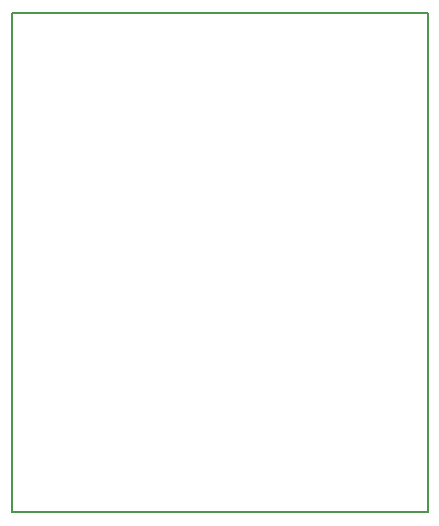
<source format=gbr>
G04 #@! TF.GenerationSoftware,KiCad,Pcbnew,5.0.1*
G04 #@! TF.CreationDate,2019-01-27T14:18:01-03:00*
G04 #@! TF.ProjectId,StepperDriver,537465707065724472697665722E6B69,1.0*
G04 #@! TF.SameCoordinates,Original*
G04 #@! TF.FileFunction,Profile,NP*
%FSLAX46Y46*%
G04 Gerber Fmt 4.6, Leading zero omitted, Abs format (unit mm)*
G04 Created by KiCad (PCBNEW 5.0.1) date Sun 27 Jan 2019 14:18:01 -03*
%MOMM*%
%LPD*%
G01*
G04 APERTURE LIST*
%ADD10C,0.200000*%
G04 APERTURE END LIST*
D10*
X165500000Y-123750000D02*
X130250000Y-123750000D01*
X165500000Y-81500000D02*
X165500000Y-123750000D01*
X130250000Y-81500000D02*
X165500000Y-81500000D01*
X130250000Y-123750000D02*
X130250000Y-81500000D01*
M02*

</source>
